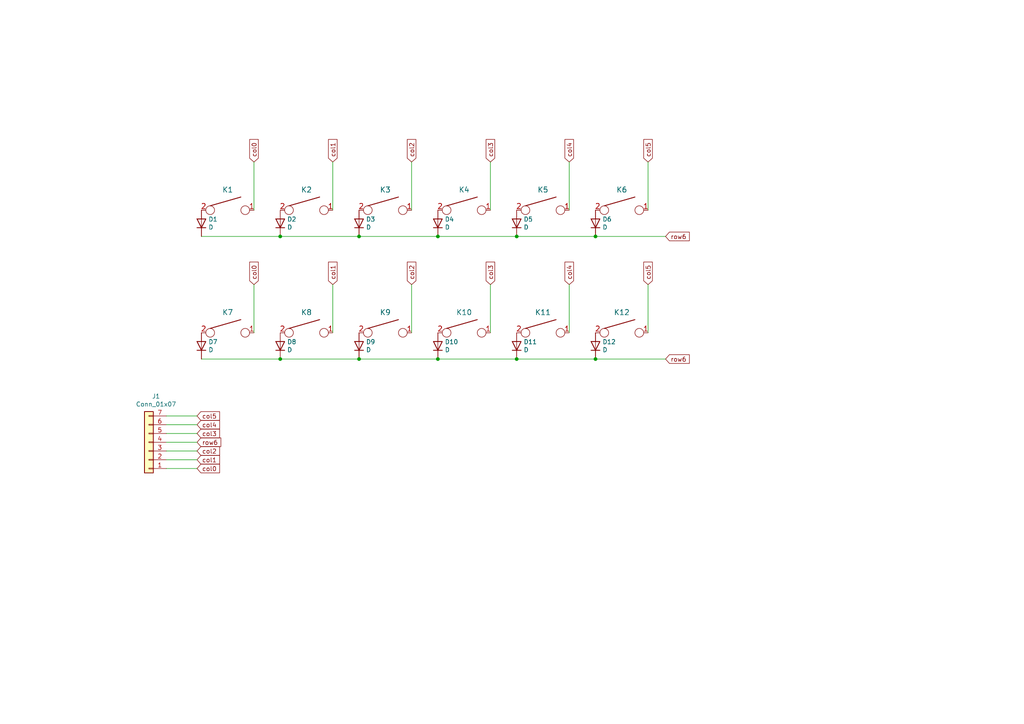
<source format=kicad_sch>
(kicad_sch (version 20211123) (generator eeschema)
  (paper "A4")
  (title_block (title "Kinesis80 thumb cluster PCB") (date "2022-03-15") (rev "1.3") (company "Dmitriy Nosachev"))
  (lib_symbols
    (symbol "Connector_Generic:Conn_01x07" (pin_names (offset 1.016) hide)
      (property "Reference" "J" (at 0 10.16 0))
      (property "Value" "Conn_01x07" (at 0 -10.16 0))
      (symbol "Conn_01x07_1_1"
        (rectangle (start -1.27 -7.493) (end 0 -7.747) (stroke (width 0.1524)))
        (rectangle (start -1.27 -4.953) (end 0 -5.207) (stroke (width 0.1524)))
        (rectangle (start -1.27 -2.413) (end 0 -2.667) (stroke (width 0.1524)))
        (rectangle (start -1.27 0.127) (end 0 -0.127) (stroke (width 0.1524)))
        (rectangle (start -1.27 2.667) (end 0 2.413) (stroke (width 0.1524)))
        (rectangle (start -1.27 5.207) (end 0 4.953) (stroke (width 0.1524)))
        (rectangle (start -1.27 7.747) (end 0 7.493) (stroke (width 0.1524)))
        (rectangle (start -1.27 8.89) (end 1.27 -8.89) (stroke (width 0.254)) (fill (type background)))
        (pin passive line (at -5.08 7.62 0) (length 3.81) (name "Pin_1") (number "1"))
        (pin passive line (at -5.08 5.08 0) (length 3.81) (name "Pin_2") (number "2"))
        (pin passive line (at -5.08 2.54 0) (length 3.81) (name "Pin_3") (number "3"))
        (pin passive line (at -5.08 0 0) (length 3.81) (name "Pin_4") (number "4"))
        (pin passive line (at -5.08 -2.54 0) (length 3.81) (name "Pin_5") (number "5"))
        (pin passive line (at -5.08 -5.08 0) (length 3.81) (name "Pin_6") (number "6"))
        (pin passive line (at -5.08 -7.62 0) (length 3.81) (name "Pin_7") (number "7"))
      )
    )
    (symbol "Device:D" (pin_numbers hide) (pin_names (offset 1.016) hide)
      (property "Reference" "D" (at 0 2.54 0))
      (property "Value" "D" (at 0 -2.54 0))
      (symbol "D_0_1"
        (polyline (pts (xy -1.27 1.27) (xy -1.27 -1.27)) (stroke (width 0.254)))
        (polyline (pts (xy 1.27 0) (xy -1.27 0)))
        (polyline (pts (xy 1.27 1.27) (xy 1.27 -1.27) (xy -1.27 0) (xy 1.27 1.27)) (stroke (width 0.254)))
      )
      (symbol "D_1_1"
        (pin passive line (at -3.81 0 0) (length 2.54) (name "K") (number "1"))
        (pin passive line (at 3.81 0 180) (length 2.54) (name "A") (number "2"))
      )
    )
    (symbol "keyboard_parts:KEYSW" (pin_names (offset 1.016))
      (property "Reference" "K?" (at -1.27 0 0))
      (symbol "KEYSW_0_1"
        (circle (center -5.08 0) (radius 1.27))
        (polyline (pts (xy -5.08 1.27) (xy 3.81 3.81)) (stroke (width 0.254)))
        (circle (center 5.08 0) (radius 1.27))
      )
      (symbol "KEYSW_1_1"
        (pin passive line (at 7.62 0 180) (length 1.27) (name "~") (number "1"))
        (pin passive line (at -7.62 0 0) (length 1.27) (name "~") (number "2"))
      )
    )
  )
  (junction (at 127 104.14))
  (junction (at 104.14 68.58))
  (junction (at 81.28 104.14))
  (junction (at 104.14 104.14))
  (junction (at 81.28 68.58))
  (junction (at 149.86 68.58))
  (junction (at 172.72 104.14))
  (junction (at 149.86 104.14))
  (junction (at 172.72 68.58))
  (junction (at 127 68.58))
  (wire (pts (xy 187.96 60.96) (xy 187.96 46.99)))
  (wire (pts (xy 96.52 96.52) (xy 96.52 82.55)))
  (wire (pts (xy 149.86 68.58) (xy 172.72 68.58)))
  (wire (pts (xy 165.1 96.52) (xy 165.1 82.55)))
  (wire (pts (xy 119.38 60.96) (xy 119.38 46.99)))
  (wire (pts (xy 58.42 104.14) (xy 81.28 104.14)))
  (wire (pts (xy 172.72 68.58) (xy 193.04 68.58)))
  (wire (pts (xy 104.14 68.58) (xy 127 68.58)))
  (wire (pts (xy 48.26 120.65) (xy 57.15 120.65)))
  (wire (pts (xy 172.72 104.14) (xy 193.04 104.14)))
  (wire (pts (xy 142.24 96.52) (xy 142.24 82.55)))
  (wire (pts (xy 48.26 133.35) (xy 57.15 133.35)))
  (wire (pts (xy 149.86 104.14) (xy 172.72 104.14)))
  (wire (pts (xy 81.28 68.58) (xy 104.14 68.58)))
  (wire (pts (xy 73.66 60.96) (xy 73.66 46.99)))
  (wire (pts (xy 48.26 130.81) (xy 57.15 130.81)))
  (wire (pts (xy 81.28 104.14) (xy 104.14 104.14)))
  (wire (pts (xy 127 104.14) (xy 149.86 104.14)))
  (wire (pts (xy 73.66 96.52) (xy 73.66 82.55)))
  (wire (pts (xy 96.52 60.96) (xy 96.52 46.99)))
  (wire (pts (xy 127 68.58) (xy 149.86 68.58)))
  (wire (pts (xy 48.26 125.73) (xy 57.15 125.73)))
  (wire (pts (xy 48.26 128.27) (xy 57.15 128.27)))
  (wire (pts (xy 165.1 60.96) (xy 165.1 46.99)))
  (wire (pts (xy 142.24 60.96) (xy 142.24 46.99)))
  (wire (pts (xy 48.26 123.19) (xy 57.15 123.19)))
  (wire (pts (xy 119.38 96.52) (xy 119.38 82.55)))
  (wire (pts (xy 48.26 135.89) (xy 57.15 135.89)))
  (wire (pts (xy 104.14 104.14) (xy 127 104.14)))
  (wire (pts (xy 58.42 68.58) (xy 81.28 68.58)))
  (wire (pts (xy 187.96 96.52) (xy 187.96 82.55)))
  (global_label "col3" (shape input) (at 142.24 82.55 90) (property "Intersheet References" "${INTERSHEET_REFS}" (effects hide)))
  (global_label "col3" (shape input) (at 57.15 125.73 0) (property "Intersheet References" "${INTERSHEET_REFS}" (effects hide)))
  (global_label "col4" (shape input) (at 57.15 123.19 0) (property "Intersheet References" "${INTERSHEET_REFS}" (effects hide)))
  (global_label "col2" (shape input) (at 119.38 82.55 90) (property "Intersheet References" "${INTERSHEET_REFS}" (effects hide)))
  (global_label "col5" (shape input) (at 187.96 46.99 90) (property "Intersheet References" "${INTERSHEET_REFS}" (effects hide)))
  (global_label "row6" (shape input) (at 193.04 104.14 0) (property "Intersheet References" "${INTERSHEET_REFS}" (effects hide)))
  (global_label "row6" (shape input) (at 193.04 68.58 0) (property "Intersheet References" "${INTERSHEET_REFS}" (effects hide)))
  (global_label "col0" (shape input) (at 57.15 135.89 0) (property "Intersheet References" "${INTERSHEET_REFS}" (effects hide)))
  (global_label "col4" (shape input) (at 165.1 46.99 90) (property "Intersheet References" "${INTERSHEET_REFS}" (effects hide)))
  (global_label "col5" (shape input) (at 57.15 120.65 0) (property "Intersheet References" "${INTERSHEET_REFS}" (effects hide)))
  (global_label "col4" (shape input) (at 165.1 82.55 90) (property "Intersheet References" "${INTERSHEET_REFS}" (effects hide)))
  (global_label "col2" (shape input) (at 57.15 130.81 0) (property "Intersheet References" "${INTERSHEET_REFS}" (effects hide)))
  (global_label "col2" (shape input) (at 119.38 46.99 90) (property "Intersheet References" "${INTERSHEET_REFS}" (effects hide)))
  (global_label "col5" (shape input) (at 187.96 82.55 90) (property "Intersheet References" "${INTERSHEET_REFS}" (effects hide)))
  (global_label "col1" (shape input) (at 96.52 82.55 90) (property "Intersheet References" "${INTERSHEET_REFS}" (effects hide)))
  (global_label "col0" (shape input) (at 73.66 46.99 90) (property "Intersheet References" "${INTERSHEET_REFS}" (effects hide)))
  (global_label "col1" (shape input) (at 57.15 133.35 0) (property "Intersheet References" "${INTERSHEET_REFS}" (effects hide)))
  (global_label "row6" (shape input) (at 57.15 128.27 0) (property "Intersheet References" "${INTERSHEET_REFS}" (effects hide)))
  (global_label "col1" (shape input) (at 96.52 46.99 90) (property "Intersheet References" "${INTERSHEET_REFS}" (effects hide)))
  (global_label "col3" (shape input) (at 142.24 46.99 90) (property "Intersheet References" "${INTERSHEET_REFS}" (effects hide)))
  (global_label "col0" (shape input) (at 73.66 82.55 90) (property "Intersheet References" "${INTERSHEET_REFS}" (effects hide)))
  (symbol (lib_id "keyboard_parts:KEYSW") (at 66.04 60.96 0) (unit 1)
    (property "Reference" "K1" (at 66.04 55.0418 0) (effects (font (size 1.524 1.524))))
    (property "Value" "KEYSW" (effects hide))
    (property "Footprint" "MX_Alps_Hybrid:MXOnly-1U-NoLED" (effects hide))
  )
  (symbol (lib_id "Device:D") (at 58.42 64.77 90) (unit 1)
    (property "Reference" "D1" (at 60.4266 63.6016 90) (effects (justify right)))
    (property "Value" "D" (at 60.4266 65.913 90) (effects (justify right)))
    (property "Footprint" "Diode_SMD:D_SOD-323_HandSoldering" (effects hide))
  )
  (symbol (lib_id "keyboard_parts:KEYSW") (at 88.9 60.96 0) (unit 1)
    (property "Reference" "K2" (at 88.9 55.0418 0) (effects (font (size 1.524 1.524))))
    (property "Value" "KEYSW" (effects hide))
    (property "Footprint" "MX_Alps_Hybrid:MXOnly-1U-NoLED" (effects hide))
  )
  (symbol (lib_id "Device:D") (at 81.28 64.77 90) (unit 1)
    (property "Reference" "D2" (at 83.2866 63.6016 90) (effects (justify right)))
    (property "Value" "D" (at 83.2866 65.913 90) (effects (justify right)))
    (property "Footprint" "Diode_SMD:D_SOD-323_HandSoldering" (effects hide))
  )
  (symbol (lib_id "keyboard_parts:KEYSW") (at 111.76 60.96 0) (unit 1)
    (property "Reference" "K3" (at 111.76 55.0418 0) (effects (font (size 1.524 1.524))))
    (property "Value" "KEYSW" (effects hide))
    (property "Footprint" "MX_Alps_Hybrid:MXOnly-1U-NoLED" (effects hide))
  )
  (symbol (lib_id "Device:D") (at 104.14 64.77 90) (unit 1)
    (property "Reference" "D3" (at 106.1466 63.6016 90) (effects (justify right)))
    (property "Value" "D" (at 106.1466 65.913 90) (effects (justify right)))
    (property "Footprint" "Diode_SMD:D_SOD-323_HandSoldering" (effects hide))
  )
  (symbol (lib_id "keyboard_parts:KEYSW") (at 134.62 60.96 0) (unit 1)
    (property "Reference" "K4" (at 134.62 55.0418 0) (effects (font (size 1.524 1.524))))
    (property "Value" "KEYSW" (effects hide))
    (property "Footprint" "MX_Alps_Hybrid:MXOnly-1U-NoLED" (effects hide))
  )
  (symbol (lib_id "Device:D") (at 127 64.77 90) (unit 1)
    (property "Reference" "D4" (at 129.0066 63.6016 90) (effects (justify right)))
    (property "Value" "D" (at 129.0066 65.913 90) (effects (justify right)))
    (property "Footprint" "Diode_SMD:D_SOD-323_HandSoldering" (effects hide))
  )
  (symbol (lib_id "keyboard_parts:KEYSW") (at 157.48 60.96 0) (unit 1)
    (property "Reference" "K5" (at 157.48 55.0418 0) (effects (font (size 1.524 1.524))))
    (property "Value" "KEYSW" (effects hide))
    (property "Footprint" "MX_Alps_Hybrid:MXOnly-1U-NoLED" (effects hide))
  )
  (symbol (lib_id "Device:D") (at 149.86 64.77 90) (unit 1)
    (property "Reference" "D5" (at 151.8666 63.6016 90) (effects (justify right)))
    (property "Value" "D" (at 151.8666 65.913 90) (effects (justify right)))
    (property "Footprint" "Diode_SMD:D_SOD-323_HandSoldering" (effects hide))
  )
  (symbol (lib_id "keyboard_parts:KEYSW") (at 180.34 60.96 0) (unit 1)
    (property "Reference" "K6" (at 180.34 55.0418 0) (effects (font (size 1.524 1.524))))
    (property "Value" "KEYSW" (effects hide))
    (property "Footprint" "MX_Alps_Hybrid:MXOnly-1U-NoLED" (effects hide))
  )
  (symbol (lib_id "Device:D") (at 172.72 64.77 90) (unit 1)
    (property "Reference" "D6" (at 174.7266 63.6016 90) (effects (justify right)))
    (property "Value" "D" (at 174.7266 65.913 90) (effects (justify right)))
    (property "Footprint" "Diode_SMD:D_SOD-323_HandSoldering" (effects hide))
  )
  (symbol (lib_id "Connector_Generic:Conn_01x07") (at 43.18 128.27 180) (unit 1)
    (property "Reference" "J1" (at 45.2628 114.935 0))
    (property "Value" "Conn_01x07" (at 45.2628 117.2464 0))
    (property "Footprint" "Connector_Molex:Molex_PicoBlade_53047-0710_1x07_P1.25mm_Vertical" (effects hide))
  )
  (symbol (lib_id "Device:D") (at 172.72 100.33 90) (unit 1)
    (property "Reference" "D12" (at 174.7266 99.1616 90) (effects (justify right)))
    (property "Value" "D" (at 174.7266 101.473 90) (effects (justify right)))
    (property "Footprint" "Diode_SMD:D_SOD-323_HandSoldering" (effects hide))
  )
  (symbol (lib_id "keyboard_parts:KEYSW") (at 180.34 96.52 0) (unit 1)
    (property "Reference" "K12" (at 180.34 90.6018 0) (effects (font (size 1.524 1.524))))
    (property "Value" "KEYSW" (effects hide))
    (property "Footprint" "misc:MXOnly-1U-NoLED-twin" (effects hide))
  )
  (symbol (lib_id "Device:D") (at 149.86 100.33 90) (unit 1)
    (property "Reference" "D11" (at 151.8666 99.1616 90) (effects (justify right)))
    (property "Value" "D" (at 151.8666 101.473 90) (effects (justify right)))
    (property "Footprint" "Diode_SMD:D_SOD-323_HandSoldering" (effects hide))
  )
  (symbol (lib_id "keyboard_parts:KEYSW") (at 157.48 96.52 0) (unit 1)
    (property "Reference" "K11" (at 157.48 90.6018 0) (effects (font (size 1.524 1.524))))
    (property "Value" "KEYSW" (effects hide))
    (property "Footprint" "misc:MXOnly-1U-NoLED-twin" (effects hide))
  )
  (symbol (lib_id "Device:D") (at 127 100.33 90) (unit 1)
    (property "Reference" "D10" (at 129.0066 99.1616 90) (effects (justify right)))
    (property "Value" "D" (at 129.0066 101.473 90) (effects (justify right)))
    (property "Footprint" "Diode_SMD:D_SOD-323_HandSoldering" (effects hide))
  )
  (symbol (lib_id "keyboard_parts:KEYSW") (at 134.62 96.52 0) (unit 1)
    (property "Reference" "K10" (at 134.62 90.6018 0) (effects (font (size 1.524 1.524))))
    (property "Value" "KEYSW" (effects hide))
    (property "Footprint" "misc:MXOnly-1U-NoLED-twin" (effects hide))
  )
  (symbol (lib_id "Device:D") (at 104.14 100.33 90) (unit 1)
    (property "Reference" "D9" (at 106.1466 99.1616 90) (effects (justify right)))
    (property "Value" "D" (at 106.1466 101.473 90) (effects (justify right)))
    (property "Footprint" "Diode_SMD:D_SOD-323_HandSoldering" (effects hide))
  )
  (symbol (lib_id "keyboard_parts:KEYSW") (at 111.76 96.52 0) (unit 1)
    (property "Reference" "K9" (at 111.76 90.6018 0) (effects (font (size 1.524 1.524))))
    (property "Value" "KEYSW" (effects hide))
    (property "Footprint" "misc:MXOnly-1U-NoLED-twin" (effects hide))
  )
  (symbol (lib_id "keyboard_parts:KEYSW") (at 88.9 96.52 0) (unit 1)
    (property "Reference" "K8" (at 88.9 90.6018 0) (effects (font (size 1.524 1.524))))
    (property "Value" "KEYSW" (effects hide))
    (property "Footprint" "misc:MXOnly-1U-NoLED-twin" (effects hide))
  )
  (symbol (lib_id "Device:D") (at 58.42 100.33 90) (unit 1)
    (property "Reference" "D7" (at 60.4266 99.1616 90) (effects (justify right)))
    (property "Value" "D" (at 60.4266 101.473 90) (effects (justify right)))
    (property "Footprint" "Diode_SMD:D_SOD-323_HandSoldering" (effects hide))
  )
  (symbol (lib_id "keyboard_parts:KEYSW") (at 66.04 96.52 0) (unit 1)
    (property "Reference" "K7" (at 66.04 90.6018 0) (effects (font (size 1.524 1.524))))
    (property "Value" "KEYSW" (effects hide))
    (property "Footprint" "misc:MXOnly-1U-NoLED-twin" (effects hide))
  )
  (symbol (lib_id "Device:D") (at 81.28 100.33 90) (unit 1)
    (property "Reference" "D8" (at 83.2866 99.1616 90) (effects (justify right)))
    (property "Value" "D" (at 83.2866 101.473 90) (effects (justify right)))
    (property "Footprint" "Diode_SMD:D_SOD-323_HandSoldering" (effects hide))
  )
)
</source>
